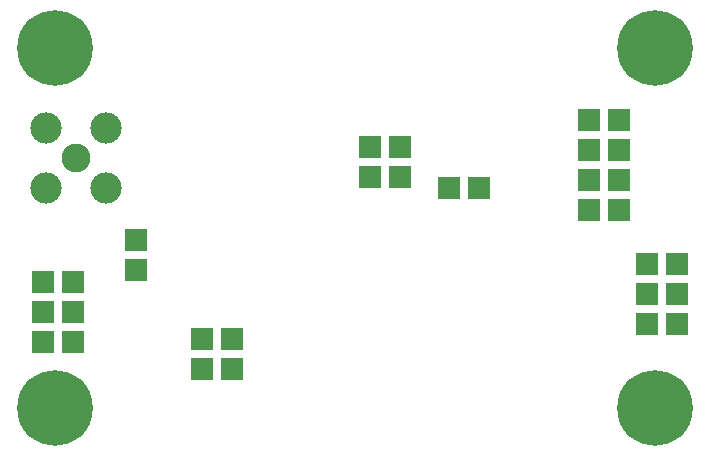
<source format=gbr>
%TF.GenerationSoftware,KiCad,Pcbnew,7.0.8-7.0.8~ubuntu23.04.1*%
%TF.CreationDate,2023-10-24T05:47:13+00:00*%
%TF.ProjectId,PCRD07,50435244-3037-42e6-9b69-6361645f7063,REV*%
%TF.SameCoordinates,PX6bb53e0PY7c5bf00*%
%TF.FileFunction,Soldermask,Top*%
%TF.FilePolarity,Negative*%
%FSLAX46Y46*%
G04 Gerber Fmt 4.6, Leading zero omitted, Abs format (unit mm)*
G04 Created by KiCad (PCBNEW 7.0.8-7.0.8~ubuntu23.04.1) date 2023-10-24 05:47:13*
%MOMM*%
%LPD*%
G01*
G04 APERTURE LIST*
G04 Aperture macros list*
%AMRoundRect*
0 Rectangle with rounded corners*
0 $1 Rounding radius*
0 $2 $3 $4 $5 $6 $7 $8 $9 X,Y pos of 4 corners*
0 Add a 4 corners polygon primitive as box body*
4,1,4,$2,$3,$4,$5,$6,$7,$8,$9,$2,$3,0*
0 Add four circle primitives for the rounded corners*
1,1,$1+$1,$2,$3*
1,1,$1+$1,$4,$5*
1,1,$1+$1,$6,$7*
1,1,$1+$1,$8,$9*
0 Add four rect primitives between the rounded corners*
20,1,$1+$1,$2,$3,$4,$5,0*
20,1,$1+$1,$4,$5,$6,$7,0*
20,1,$1+$1,$6,$7,$8,$9,0*
20,1,$1+$1,$8,$9,$2,$3,0*%
G04 Aperture macros list end*
%ADD10C,6.400000*%
%ADD11C,2.450000*%
%ADD12C,2.650000*%
%ADD13RoundRect,0.200000X0.762000X0.762000X-0.762000X0.762000X-0.762000X-0.762000X0.762000X-0.762000X0*%
%ADD14RoundRect,0.200000X0.762000X-0.762000X0.762000X0.762000X-0.762000X0.762000X-0.762000X-0.762000X0*%
%ADD15RoundRect,0.200000X-0.762000X-0.762000X0.762000X-0.762000X0.762000X0.762000X-0.762000X0.762000X0*%
G04 APERTURE END LIST*
D10*
%TO.C,M1*%
X10160000Y40640000D03*
%TD*%
%TO.C,M2*%
X60960000Y40640000D03*
%TD*%
%TO.C,M3*%
X10160000Y10160000D03*
%TD*%
%TO.C,M4*%
X60960000Y10160000D03*
%TD*%
D11*
%TO.C,J8*%
X11938000Y31369000D03*
D12*
X9398000Y28829000D03*
X14478000Y28829000D03*
X9398000Y33909000D03*
X14478000Y33909000D03*
%TD*%
D13*
%TO.C,J1*%
X62865000Y17272000D03*
X60325000Y17272000D03*
X62865000Y19812000D03*
X60325000Y19812000D03*
X62865000Y22352000D03*
X60325000Y22352000D03*
%TD*%
D14*
%TO.C,J2*%
X25146000Y13462000D03*
X25146000Y16002000D03*
%TD*%
%TO.C,J3*%
X22606000Y13462000D03*
X22606000Y16002000D03*
%TD*%
%TO.C,J5*%
X39370000Y29718000D03*
X39370000Y32258000D03*
%TD*%
%TO.C,J6*%
X36830000Y29718000D03*
X36830000Y32258000D03*
%TD*%
D13*
%TO.C,J7*%
X57912000Y32004000D03*
X55372000Y32004000D03*
%TD*%
%TO.C,J10*%
X57912000Y26924000D03*
X55372000Y26924000D03*
%TD*%
%TO.C,J9*%
X57912000Y34544000D03*
X55372000Y34544000D03*
%TD*%
%TO.C,J4*%
X57912000Y29464000D03*
X55372000Y29464000D03*
%TD*%
%TO.C,J11*%
X46101000Y28829000D03*
X43561000Y28829000D03*
%TD*%
D15*
%TO.C,J12*%
X9144000Y20828000D03*
X11684000Y20828000D03*
X9144000Y18288000D03*
X11684000Y18288000D03*
X9144000Y15748000D03*
X11684000Y15748000D03*
%TD*%
D14*
%TO.C,J13*%
X17018000Y21844000D03*
X17018000Y24384000D03*
%TD*%
M02*

</source>
